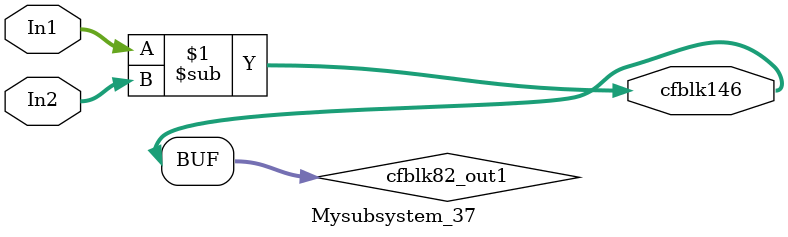
<source format=v>



`timescale 1 ns / 1 ns

module Mysubsystem_37
          (In1,
           In2,
           cfblk146);


  input   [7:0] In1;  // uint8
  input   [7:0] In2;  // uint8
  output  [7:0] cfblk146;  // uint8


  wire [7:0] cfblk82_out1;  // uint8


  assign cfblk82_out1 = In1 - In2;



  assign cfblk146 = cfblk82_out1;

endmodule  // Mysubsystem_37


</source>
